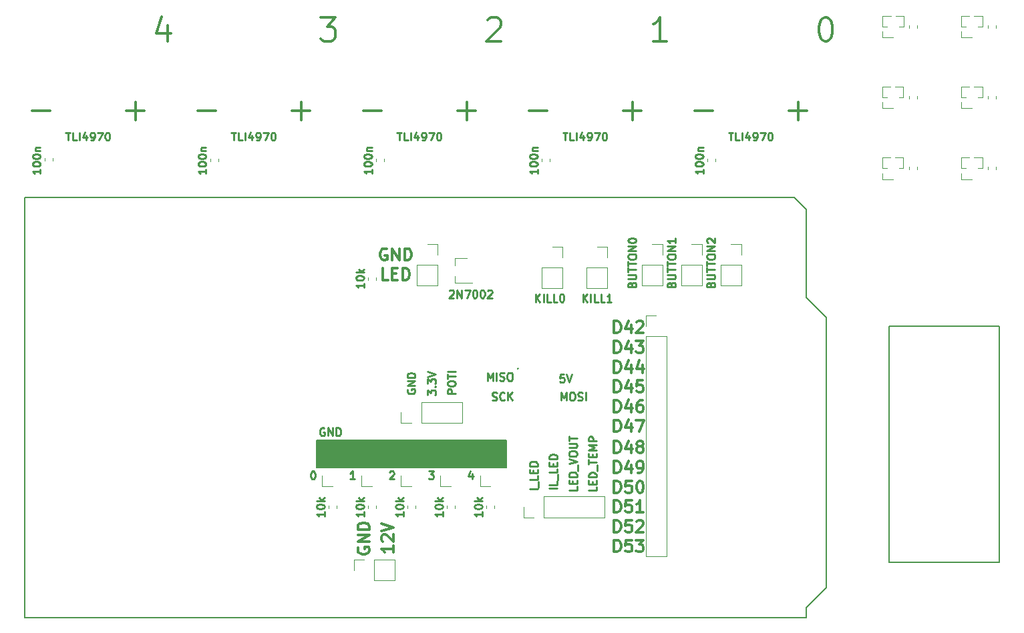
<source format=gbr>
G04 #@! TF.GenerationSoftware,KiCad,Pcbnew,5.1.9-73d0e3b20d~88~ubuntu20.04.1*
G04 #@! TF.CreationDate,2021-03-18T15:40:59+01:00*
G04 #@! TF.ProjectId,uven-mainboard,7576656e-2d6d-4616-996e-626f6172642e,rev?*
G04 #@! TF.SameCoordinates,Original*
G04 #@! TF.FileFunction,Legend,Top*
G04 #@! TF.FilePolarity,Positive*
%FSLAX46Y46*%
G04 Gerber Fmt 4.6, Leading zero omitted, Abs format (unit mm)*
G04 Created by KiCad (PCBNEW 5.1.9-73d0e3b20d~88~ubuntu20.04.1) date 2021-03-18 15:40:59*
%MOMM*%
%LPD*%
G01*
G04 APERTURE LIST*
%ADD10C,0.250000*%
%ADD11C,0.150000*%
%ADD12C,0.300000*%
%ADD13C,0.120000*%
G04 APERTURE END LIST*
D10*
X166690476Y-104785714D02*
X166690476Y-105452380D01*
X166452380Y-104404761D02*
X166214285Y-105119047D01*
X166833333Y-105119047D01*
X161166666Y-104452380D02*
X161785714Y-104452380D01*
X161452380Y-104833333D01*
X161595238Y-104833333D01*
X161690476Y-104880952D01*
X161738095Y-104928571D01*
X161785714Y-105023809D01*
X161785714Y-105261904D01*
X161738095Y-105357142D01*
X161690476Y-105404761D01*
X161595238Y-105452380D01*
X161309523Y-105452380D01*
X161214285Y-105404761D01*
X161166666Y-105357142D01*
X156214285Y-104547619D02*
X156261904Y-104500000D01*
X156357142Y-104452380D01*
X156595238Y-104452380D01*
X156690476Y-104500000D01*
X156738095Y-104547619D01*
X156785714Y-104642857D01*
X156785714Y-104738095D01*
X156738095Y-104880952D01*
X156166666Y-105452380D01*
X156785714Y-105452380D01*
X151785714Y-105452380D02*
X151214285Y-105452380D01*
X151500000Y-105452380D02*
X151500000Y-104452380D01*
X151404761Y-104595238D01*
X151309523Y-104690476D01*
X151214285Y-104738095D01*
X146452380Y-104452380D02*
X146547619Y-104452380D01*
X146642857Y-104500000D01*
X146690476Y-104547619D01*
X146738095Y-104642857D01*
X146785714Y-104833333D01*
X146785714Y-105071428D01*
X146738095Y-105261904D01*
X146690476Y-105357142D01*
X146642857Y-105404761D01*
X146547619Y-105452380D01*
X146452380Y-105452380D01*
X146357142Y-105404761D01*
X146309523Y-105357142D01*
X146261904Y-105261904D01*
X146214285Y-105071428D01*
X146214285Y-104833333D01*
X146261904Y-104642857D01*
X146309523Y-104547619D01*
X146357142Y-104500000D01*
X146452380Y-104452380D01*
X147938095Y-99000000D02*
X147842857Y-98952380D01*
X147700000Y-98952380D01*
X147557142Y-99000000D01*
X147461904Y-99095238D01*
X147414285Y-99190476D01*
X147366666Y-99380952D01*
X147366666Y-99523809D01*
X147414285Y-99714285D01*
X147461904Y-99809523D01*
X147557142Y-99904761D01*
X147700000Y-99952380D01*
X147795238Y-99952380D01*
X147938095Y-99904761D01*
X147985714Y-99857142D01*
X147985714Y-99523809D01*
X147795238Y-99523809D01*
X148414285Y-99952380D02*
X148414285Y-98952380D01*
X148985714Y-99952380D01*
X148985714Y-98952380D01*
X149461904Y-99952380D02*
X149461904Y-98952380D01*
X149700000Y-98952380D01*
X149842857Y-99000000D01*
X149938095Y-99095238D01*
X149985714Y-99190476D01*
X150033333Y-99380952D01*
X150033333Y-99523809D01*
X149985714Y-99714285D01*
X149938095Y-99809523D01*
X149842857Y-99904761D01*
X149700000Y-99952380D01*
X149461904Y-99952380D01*
D11*
G36*
X171000000Y-104000000D02*
G01*
X147000000Y-104000000D01*
X147000000Y-100500000D01*
X171000000Y-100500000D01*
X171000000Y-104000000D01*
G37*
X171000000Y-104000000D02*
X147000000Y-104000000D01*
X147000000Y-100500000D01*
X171000000Y-100500000D01*
X171000000Y-104000000D01*
D10*
X196928571Y-80738095D02*
X196976190Y-80595238D01*
X197023809Y-80547619D01*
X197119047Y-80500000D01*
X197261904Y-80500000D01*
X197357142Y-80547619D01*
X197404761Y-80595238D01*
X197452380Y-80690476D01*
X197452380Y-81071428D01*
X196452380Y-81071428D01*
X196452380Y-80738095D01*
X196500000Y-80642857D01*
X196547619Y-80595238D01*
X196642857Y-80547619D01*
X196738095Y-80547619D01*
X196833333Y-80595238D01*
X196880952Y-80642857D01*
X196928571Y-80738095D01*
X196928571Y-81071428D01*
X196452380Y-80071428D02*
X197261904Y-80071428D01*
X197357142Y-80023809D01*
X197404761Y-79976190D01*
X197452380Y-79880952D01*
X197452380Y-79690476D01*
X197404761Y-79595238D01*
X197357142Y-79547619D01*
X197261904Y-79500000D01*
X196452380Y-79500000D01*
X196452380Y-79166666D02*
X196452380Y-78595238D01*
X197452380Y-78880952D02*
X196452380Y-78880952D01*
X196452380Y-78404761D02*
X196452380Y-77833333D01*
X197452380Y-78119047D02*
X196452380Y-78119047D01*
X196452380Y-77309523D02*
X196452380Y-77119047D01*
X196500000Y-77023809D01*
X196595238Y-76928571D01*
X196785714Y-76880952D01*
X197119047Y-76880952D01*
X197309523Y-76928571D01*
X197404761Y-77023809D01*
X197452380Y-77119047D01*
X197452380Y-77309523D01*
X197404761Y-77404761D01*
X197309523Y-77500000D01*
X197119047Y-77547619D01*
X196785714Y-77547619D01*
X196595238Y-77500000D01*
X196500000Y-77404761D01*
X196452380Y-77309523D01*
X197452380Y-76452380D02*
X196452380Y-76452380D01*
X197452380Y-75880952D01*
X196452380Y-75880952D01*
X196547619Y-75452380D02*
X196500000Y-75404761D01*
X196452380Y-75309523D01*
X196452380Y-75071428D01*
X196500000Y-74976190D01*
X196547619Y-74928571D01*
X196642857Y-74880952D01*
X196738095Y-74880952D01*
X196880952Y-74928571D01*
X197452380Y-75500000D01*
X197452380Y-74880952D01*
X191928571Y-80738095D02*
X191976190Y-80595238D01*
X192023809Y-80547619D01*
X192119047Y-80500000D01*
X192261904Y-80500000D01*
X192357142Y-80547619D01*
X192404761Y-80595238D01*
X192452380Y-80690476D01*
X192452380Y-81071428D01*
X191452380Y-81071428D01*
X191452380Y-80738095D01*
X191500000Y-80642857D01*
X191547619Y-80595238D01*
X191642857Y-80547619D01*
X191738095Y-80547619D01*
X191833333Y-80595238D01*
X191880952Y-80642857D01*
X191928571Y-80738095D01*
X191928571Y-81071428D01*
X191452380Y-80071428D02*
X192261904Y-80071428D01*
X192357142Y-80023809D01*
X192404761Y-79976190D01*
X192452380Y-79880952D01*
X192452380Y-79690476D01*
X192404761Y-79595238D01*
X192357142Y-79547619D01*
X192261904Y-79500000D01*
X191452380Y-79500000D01*
X191452380Y-79166666D02*
X191452380Y-78595238D01*
X192452380Y-78880952D02*
X191452380Y-78880952D01*
X191452380Y-78404761D02*
X191452380Y-77833333D01*
X192452380Y-78119047D02*
X191452380Y-78119047D01*
X191452380Y-77309523D02*
X191452380Y-77119047D01*
X191500000Y-77023809D01*
X191595238Y-76928571D01*
X191785714Y-76880952D01*
X192119047Y-76880952D01*
X192309523Y-76928571D01*
X192404761Y-77023809D01*
X192452380Y-77119047D01*
X192452380Y-77309523D01*
X192404761Y-77404761D01*
X192309523Y-77500000D01*
X192119047Y-77547619D01*
X191785714Y-77547619D01*
X191595238Y-77500000D01*
X191500000Y-77404761D01*
X191452380Y-77309523D01*
X192452380Y-76452380D02*
X191452380Y-76452380D01*
X192452380Y-75880952D01*
X191452380Y-75880952D01*
X192452380Y-74880952D02*
X192452380Y-75452380D01*
X192452380Y-75166666D02*
X191452380Y-75166666D01*
X191595238Y-75261904D01*
X191690476Y-75357142D01*
X191738095Y-75452380D01*
X186928571Y-80738095D02*
X186976190Y-80595238D01*
X187023809Y-80547619D01*
X187119047Y-80500000D01*
X187261904Y-80500000D01*
X187357142Y-80547619D01*
X187404761Y-80595238D01*
X187452380Y-80690476D01*
X187452380Y-81071428D01*
X186452380Y-81071428D01*
X186452380Y-80738095D01*
X186500000Y-80642857D01*
X186547619Y-80595238D01*
X186642857Y-80547619D01*
X186738095Y-80547619D01*
X186833333Y-80595238D01*
X186880952Y-80642857D01*
X186928571Y-80738095D01*
X186928571Y-81071428D01*
X186452380Y-80071428D02*
X187261904Y-80071428D01*
X187357142Y-80023809D01*
X187404761Y-79976190D01*
X187452380Y-79880952D01*
X187452380Y-79690476D01*
X187404761Y-79595238D01*
X187357142Y-79547619D01*
X187261904Y-79500000D01*
X186452380Y-79500000D01*
X186452380Y-79166666D02*
X186452380Y-78595238D01*
X187452380Y-78880952D02*
X186452380Y-78880952D01*
X186452380Y-78404761D02*
X186452380Y-77833333D01*
X187452380Y-78119047D02*
X186452380Y-78119047D01*
X186452380Y-77309523D02*
X186452380Y-77119047D01*
X186500000Y-77023809D01*
X186595238Y-76928571D01*
X186785714Y-76880952D01*
X187119047Y-76880952D01*
X187309523Y-76928571D01*
X187404761Y-77023809D01*
X187452380Y-77119047D01*
X187452380Y-77309523D01*
X187404761Y-77404761D01*
X187309523Y-77500000D01*
X187119047Y-77547619D01*
X186785714Y-77547619D01*
X186595238Y-77500000D01*
X186500000Y-77404761D01*
X186452380Y-77309523D01*
X187452380Y-76452380D02*
X186452380Y-76452380D01*
X187452380Y-75880952D01*
X186452380Y-75880952D01*
X186452380Y-75214285D02*
X186452380Y-75119047D01*
X186500000Y-75023809D01*
X186547619Y-74976190D01*
X186642857Y-74928571D01*
X186833333Y-74880952D01*
X187071428Y-74880952D01*
X187261904Y-74928571D01*
X187357142Y-74976190D01*
X187404761Y-75023809D01*
X187452380Y-75119047D01*
X187452380Y-75214285D01*
X187404761Y-75309523D01*
X187357142Y-75357142D01*
X187261904Y-75404761D01*
X187071428Y-75452380D01*
X186833333Y-75452380D01*
X186642857Y-75404761D01*
X186547619Y-75357142D01*
X186500000Y-75309523D01*
X186452380Y-75214285D01*
X180714285Y-82952380D02*
X180714285Y-81952380D01*
X181285714Y-82952380D02*
X180857142Y-82380952D01*
X181285714Y-81952380D02*
X180714285Y-82523809D01*
X181714285Y-82952380D02*
X181714285Y-81952380D01*
X182666666Y-82952380D02*
X182190476Y-82952380D01*
X182190476Y-81952380D01*
X183476190Y-82952380D02*
X183000000Y-82952380D01*
X183000000Y-81952380D01*
X184333333Y-82952380D02*
X183761904Y-82952380D01*
X184047619Y-82952380D02*
X184047619Y-81952380D01*
X183952380Y-82095238D01*
X183857142Y-82190476D01*
X183761904Y-82238095D01*
X174714285Y-82952380D02*
X174714285Y-81952380D01*
X175285714Y-82952380D02*
X174857142Y-82380952D01*
X175285714Y-81952380D02*
X174714285Y-82523809D01*
X175714285Y-82952380D02*
X175714285Y-81952380D01*
X176666666Y-82952380D02*
X176190476Y-82952380D01*
X176190476Y-81952380D01*
X177476190Y-82952380D02*
X177000000Y-82952380D01*
X177000000Y-81952380D01*
X178000000Y-81952380D02*
X178095238Y-81952380D01*
X178190476Y-82000000D01*
X178238095Y-82047619D01*
X178285714Y-82142857D01*
X178333333Y-82333333D01*
X178333333Y-82571428D01*
X178285714Y-82761904D01*
X178238095Y-82857142D01*
X178190476Y-82904761D01*
X178095238Y-82952380D01*
X178000000Y-82952380D01*
X177904761Y-82904761D01*
X177857142Y-82857142D01*
X177809523Y-82761904D01*
X177761904Y-82571428D01*
X177761904Y-82333333D01*
X177809523Y-82142857D01*
X177857142Y-82047619D01*
X177904761Y-82000000D01*
X178000000Y-81952380D01*
X164552380Y-94604761D02*
X163552380Y-94604761D01*
X163552380Y-94223809D01*
X163600000Y-94128571D01*
X163647619Y-94080952D01*
X163742857Y-94033333D01*
X163885714Y-94033333D01*
X163980952Y-94080952D01*
X164028571Y-94128571D01*
X164076190Y-94223809D01*
X164076190Y-94604761D01*
X163552380Y-93414285D02*
X163552380Y-93223809D01*
X163600000Y-93128571D01*
X163695238Y-93033333D01*
X163885714Y-92985714D01*
X164219047Y-92985714D01*
X164409523Y-93033333D01*
X164504761Y-93128571D01*
X164552380Y-93223809D01*
X164552380Y-93414285D01*
X164504761Y-93509523D01*
X164409523Y-93604761D01*
X164219047Y-93652380D01*
X163885714Y-93652380D01*
X163695238Y-93604761D01*
X163600000Y-93509523D01*
X163552380Y-93414285D01*
X163552380Y-92700000D02*
X163552380Y-92128571D01*
X164552380Y-92414285D02*
X163552380Y-92414285D01*
X164552380Y-91795238D02*
X163552380Y-91795238D01*
X158500000Y-94061904D02*
X158452380Y-94157142D01*
X158452380Y-94300000D01*
X158500000Y-94442857D01*
X158595238Y-94538095D01*
X158690476Y-94585714D01*
X158880952Y-94633333D01*
X159023809Y-94633333D01*
X159214285Y-94585714D01*
X159309523Y-94538095D01*
X159404761Y-94442857D01*
X159452380Y-94300000D01*
X159452380Y-94204761D01*
X159404761Y-94061904D01*
X159357142Y-94014285D01*
X159023809Y-94014285D01*
X159023809Y-94204761D01*
X159452380Y-93585714D02*
X158452380Y-93585714D01*
X159452380Y-93014285D01*
X158452380Y-93014285D01*
X159452380Y-92538095D02*
X158452380Y-92538095D01*
X158452380Y-92300000D01*
X158500000Y-92157142D01*
X158595238Y-92061904D01*
X158690476Y-92014285D01*
X158880952Y-91966666D01*
X159023809Y-91966666D01*
X159214285Y-92014285D01*
X159309523Y-92061904D01*
X159404761Y-92157142D01*
X159452380Y-92300000D01*
X159452380Y-92538095D01*
X161052380Y-94776190D02*
X161052380Y-94157142D01*
X161433333Y-94490476D01*
X161433333Y-94347619D01*
X161480952Y-94252380D01*
X161528571Y-94204761D01*
X161623809Y-94157142D01*
X161861904Y-94157142D01*
X161957142Y-94204761D01*
X162004761Y-94252380D01*
X162052380Y-94347619D01*
X162052380Y-94633333D01*
X162004761Y-94728571D01*
X161957142Y-94776190D01*
X161957142Y-93728571D02*
X162004761Y-93680952D01*
X162052380Y-93728571D01*
X162004761Y-93776190D01*
X161957142Y-93728571D01*
X162052380Y-93728571D01*
X161052380Y-93347619D02*
X161052380Y-92728571D01*
X161433333Y-93061904D01*
X161433333Y-92919047D01*
X161480952Y-92823809D01*
X161528571Y-92776190D01*
X161623809Y-92728571D01*
X161861904Y-92728571D01*
X161957142Y-92776190D01*
X162004761Y-92823809D01*
X162052380Y-92919047D01*
X162052380Y-93204761D01*
X162004761Y-93300000D01*
X161957142Y-93347619D01*
X161052380Y-92442857D02*
X162052380Y-92109523D01*
X161052380Y-91776190D01*
D12*
X156678571Y-113928571D02*
X156678571Y-114785714D01*
X156678571Y-114357142D02*
X155178571Y-114357142D01*
X155392857Y-114500000D01*
X155535714Y-114642857D01*
X155607142Y-114785714D01*
X155321428Y-113357142D02*
X155250000Y-113285714D01*
X155178571Y-113142857D01*
X155178571Y-112785714D01*
X155250000Y-112642857D01*
X155321428Y-112571428D01*
X155464285Y-112500000D01*
X155607142Y-112500000D01*
X155821428Y-112571428D01*
X156678571Y-113428571D01*
X156678571Y-112500000D01*
X155178571Y-112071428D02*
X156678571Y-111571428D01*
X155178571Y-111071428D01*
X152250000Y-114142857D02*
X152178571Y-114285714D01*
X152178571Y-114500000D01*
X152250000Y-114714285D01*
X152392857Y-114857142D01*
X152535714Y-114928571D01*
X152821428Y-115000000D01*
X153035714Y-115000000D01*
X153321428Y-114928571D01*
X153464285Y-114857142D01*
X153607142Y-114714285D01*
X153678571Y-114500000D01*
X153678571Y-114357142D01*
X153607142Y-114142857D01*
X153535714Y-114071428D01*
X153035714Y-114071428D01*
X153035714Y-114357142D01*
X153678571Y-113428571D02*
X152178571Y-113428571D01*
X153678571Y-112571428D01*
X152178571Y-112571428D01*
X153678571Y-111857142D02*
X152178571Y-111857142D01*
X152178571Y-111500000D01*
X152250000Y-111285714D01*
X152392857Y-111142857D01*
X152535714Y-111071428D01*
X152821428Y-111000000D01*
X153035714Y-111000000D01*
X153321428Y-111071428D01*
X153464285Y-111142857D01*
X153607142Y-111285714D01*
X153678571Y-111500000D01*
X153678571Y-111857142D01*
D10*
X182452380Y-106428571D02*
X182452380Y-106904761D01*
X181452380Y-106904761D01*
X181928571Y-106095238D02*
X181928571Y-105761904D01*
X182452380Y-105619047D02*
X182452380Y-106095238D01*
X181452380Y-106095238D01*
X181452380Y-105619047D01*
X182452380Y-105190476D02*
X181452380Y-105190476D01*
X181452380Y-104952380D01*
X181500000Y-104809523D01*
X181595238Y-104714285D01*
X181690476Y-104666666D01*
X181880952Y-104619047D01*
X182023809Y-104619047D01*
X182214285Y-104666666D01*
X182309523Y-104714285D01*
X182404761Y-104809523D01*
X182452380Y-104952380D01*
X182452380Y-105190476D01*
X182547619Y-104428571D02*
X182547619Y-103666666D01*
X181452380Y-103571428D02*
X181452380Y-103000000D01*
X182452380Y-103285714D02*
X181452380Y-103285714D01*
X181928571Y-102666666D02*
X181928571Y-102333333D01*
X182452380Y-102190476D02*
X182452380Y-102666666D01*
X181452380Y-102666666D01*
X181452380Y-102190476D01*
X182452380Y-101761904D02*
X181452380Y-101761904D01*
X182166666Y-101428571D01*
X181452380Y-101095238D01*
X182452380Y-101095238D01*
X182452380Y-100619047D02*
X181452380Y-100619047D01*
X181452380Y-100238095D01*
X181500000Y-100142857D01*
X181547619Y-100095238D01*
X181642857Y-100047619D01*
X181785714Y-100047619D01*
X181880952Y-100095238D01*
X181928571Y-100142857D01*
X181976190Y-100238095D01*
X181976190Y-100619047D01*
X179952380Y-106380952D02*
X179952380Y-106857142D01*
X178952380Y-106857142D01*
X179428571Y-106047619D02*
X179428571Y-105714285D01*
X179952380Y-105571428D02*
X179952380Y-106047619D01*
X178952380Y-106047619D01*
X178952380Y-105571428D01*
X179952380Y-105142857D02*
X178952380Y-105142857D01*
X178952380Y-104904761D01*
X179000000Y-104761904D01*
X179095238Y-104666666D01*
X179190476Y-104619047D01*
X179380952Y-104571428D01*
X179523809Y-104571428D01*
X179714285Y-104619047D01*
X179809523Y-104666666D01*
X179904761Y-104761904D01*
X179952380Y-104904761D01*
X179952380Y-105142857D01*
X180047619Y-104380952D02*
X180047619Y-103619047D01*
X178952380Y-103523809D02*
X179952380Y-103190476D01*
X178952380Y-102857142D01*
X178952380Y-102333333D02*
X178952380Y-102142857D01*
X179000000Y-102047619D01*
X179095238Y-101952380D01*
X179285714Y-101904761D01*
X179619047Y-101904761D01*
X179809523Y-101952380D01*
X179904761Y-102047619D01*
X179952380Y-102142857D01*
X179952380Y-102333333D01*
X179904761Y-102428571D01*
X179809523Y-102523809D01*
X179619047Y-102571428D01*
X179285714Y-102571428D01*
X179095238Y-102523809D01*
X179000000Y-102428571D01*
X178952380Y-102333333D01*
X178952380Y-101476190D02*
X179761904Y-101476190D01*
X179857142Y-101428571D01*
X179904761Y-101380952D01*
X179952380Y-101285714D01*
X179952380Y-101095238D01*
X179904761Y-101000000D01*
X179857142Y-100952380D01*
X179761904Y-100904761D01*
X178952380Y-100904761D01*
X178952380Y-100571428D02*
X178952380Y-100000000D01*
X179952380Y-100285714D02*
X178952380Y-100285714D01*
X177452380Y-106642857D02*
X176452380Y-106642857D01*
X177452380Y-105690476D02*
X177452380Y-106166666D01*
X176452380Y-106166666D01*
X177547619Y-105595238D02*
X177547619Y-104833333D01*
X177452380Y-104119047D02*
X177452380Y-104595238D01*
X176452380Y-104595238D01*
X176928571Y-103785714D02*
X176928571Y-103452380D01*
X177452380Y-103309523D02*
X177452380Y-103785714D01*
X176452380Y-103785714D01*
X176452380Y-103309523D01*
X177452380Y-102880952D02*
X176452380Y-102880952D01*
X176452380Y-102642857D01*
X176500000Y-102500000D01*
X176595238Y-102404761D01*
X176690476Y-102357142D01*
X176880952Y-102309523D01*
X177023809Y-102309523D01*
X177214285Y-102357142D01*
X177309523Y-102404761D01*
X177404761Y-102500000D01*
X177452380Y-102642857D01*
X177452380Y-102880952D01*
X174952380Y-106738095D02*
X173952380Y-106738095D01*
X175047619Y-106500000D02*
X175047619Y-105738095D01*
X174952380Y-105023809D02*
X174952380Y-105500000D01*
X173952380Y-105500000D01*
X174428571Y-104690476D02*
X174428571Y-104357142D01*
X174952380Y-104214285D02*
X174952380Y-104690476D01*
X173952380Y-104690476D01*
X173952380Y-104214285D01*
X174952380Y-103785714D02*
X173952380Y-103785714D01*
X173952380Y-103547619D01*
X174000000Y-103404761D01*
X174095238Y-103309523D01*
X174190476Y-103261904D01*
X174380952Y-103214285D01*
X174523809Y-103214285D01*
X174714285Y-103261904D01*
X174809523Y-103309523D01*
X174904761Y-103404761D01*
X174952380Y-103547619D01*
X174952380Y-103785714D01*
X199166666Y-61452380D02*
X199738095Y-61452380D01*
X199452380Y-62452380D02*
X199452380Y-61452380D01*
X200547619Y-62452380D02*
X200071428Y-62452380D01*
X200071428Y-61452380D01*
X200880952Y-62452380D02*
X200880952Y-61452380D01*
X201785714Y-61785714D02*
X201785714Y-62452380D01*
X201547619Y-61404761D02*
X201309523Y-62119047D01*
X201928571Y-62119047D01*
X202357142Y-62452380D02*
X202547619Y-62452380D01*
X202642857Y-62404761D01*
X202690476Y-62357142D01*
X202785714Y-62214285D01*
X202833333Y-62023809D01*
X202833333Y-61642857D01*
X202785714Y-61547619D01*
X202738095Y-61500000D01*
X202642857Y-61452380D01*
X202452380Y-61452380D01*
X202357142Y-61500000D01*
X202309523Y-61547619D01*
X202261904Y-61642857D01*
X202261904Y-61880952D01*
X202309523Y-61976190D01*
X202357142Y-62023809D01*
X202452380Y-62071428D01*
X202642857Y-62071428D01*
X202738095Y-62023809D01*
X202785714Y-61976190D01*
X202833333Y-61880952D01*
X203166666Y-61452380D02*
X203833333Y-61452380D01*
X203404761Y-62452380D01*
X204404761Y-61452380D02*
X204500000Y-61452380D01*
X204595238Y-61500000D01*
X204642857Y-61547619D01*
X204690476Y-61642857D01*
X204738095Y-61833333D01*
X204738095Y-62071428D01*
X204690476Y-62261904D01*
X204642857Y-62357142D01*
X204595238Y-62404761D01*
X204500000Y-62452380D01*
X204404761Y-62452380D01*
X204309523Y-62404761D01*
X204261904Y-62357142D01*
X204214285Y-62261904D01*
X204166666Y-62071428D01*
X204166666Y-61833333D01*
X204214285Y-61642857D01*
X204261904Y-61547619D01*
X204309523Y-61500000D01*
X204404761Y-61452380D01*
X178166666Y-61452380D02*
X178738095Y-61452380D01*
X178452380Y-62452380D02*
X178452380Y-61452380D01*
X179547619Y-62452380D02*
X179071428Y-62452380D01*
X179071428Y-61452380D01*
X179880952Y-62452380D02*
X179880952Y-61452380D01*
X180785714Y-61785714D02*
X180785714Y-62452380D01*
X180547619Y-61404761D02*
X180309523Y-62119047D01*
X180928571Y-62119047D01*
X181357142Y-62452380D02*
X181547619Y-62452380D01*
X181642857Y-62404761D01*
X181690476Y-62357142D01*
X181785714Y-62214285D01*
X181833333Y-62023809D01*
X181833333Y-61642857D01*
X181785714Y-61547619D01*
X181738095Y-61500000D01*
X181642857Y-61452380D01*
X181452380Y-61452380D01*
X181357142Y-61500000D01*
X181309523Y-61547619D01*
X181261904Y-61642857D01*
X181261904Y-61880952D01*
X181309523Y-61976190D01*
X181357142Y-62023809D01*
X181452380Y-62071428D01*
X181642857Y-62071428D01*
X181738095Y-62023809D01*
X181785714Y-61976190D01*
X181833333Y-61880952D01*
X182166666Y-61452380D02*
X182833333Y-61452380D01*
X182404761Y-62452380D01*
X183404761Y-61452380D02*
X183500000Y-61452380D01*
X183595238Y-61500000D01*
X183642857Y-61547619D01*
X183690476Y-61642857D01*
X183738095Y-61833333D01*
X183738095Y-62071428D01*
X183690476Y-62261904D01*
X183642857Y-62357142D01*
X183595238Y-62404761D01*
X183500000Y-62452380D01*
X183404761Y-62452380D01*
X183309523Y-62404761D01*
X183261904Y-62357142D01*
X183214285Y-62261904D01*
X183166666Y-62071428D01*
X183166666Y-61833333D01*
X183214285Y-61642857D01*
X183261904Y-61547619D01*
X183309523Y-61500000D01*
X183404761Y-61452380D01*
X157166666Y-61452380D02*
X157738095Y-61452380D01*
X157452380Y-62452380D02*
X157452380Y-61452380D01*
X158547619Y-62452380D02*
X158071428Y-62452380D01*
X158071428Y-61452380D01*
X158880952Y-62452380D02*
X158880952Y-61452380D01*
X159785714Y-61785714D02*
X159785714Y-62452380D01*
X159547619Y-61404761D02*
X159309523Y-62119047D01*
X159928571Y-62119047D01*
X160357142Y-62452380D02*
X160547619Y-62452380D01*
X160642857Y-62404761D01*
X160690476Y-62357142D01*
X160785714Y-62214285D01*
X160833333Y-62023809D01*
X160833333Y-61642857D01*
X160785714Y-61547619D01*
X160738095Y-61500000D01*
X160642857Y-61452380D01*
X160452380Y-61452380D01*
X160357142Y-61500000D01*
X160309523Y-61547619D01*
X160261904Y-61642857D01*
X160261904Y-61880952D01*
X160309523Y-61976190D01*
X160357142Y-62023809D01*
X160452380Y-62071428D01*
X160642857Y-62071428D01*
X160738095Y-62023809D01*
X160785714Y-61976190D01*
X160833333Y-61880952D01*
X161166666Y-61452380D02*
X161833333Y-61452380D01*
X161404761Y-62452380D01*
X162404761Y-61452380D02*
X162500000Y-61452380D01*
X162595238Y-61500000D01*
X162642857Y-61547619D01*
X162690476Y-61642857D01*
X162738095Y-61833333D01*
X162738095Y-62071428D01*
X162690476Y-62261904D01*
X162642857Y-62357142D01*
X162595238Y-62404761D01*
X162500000Y-62452380D01*
X162404761Y-62452380D01*
X162309523Y-62404761D01*
X162261904Y-62357142D01*
X162214285Y-62261904D01*
X162166666Y-62071428D01*
X162166666Y-61833333D01*
X162214285Y-61642857D01*
X162261904Y-61547619D01*
X162309523Y-61500000D01*
X162404761Y-61452380D01*
X136166666Y-61452380D02*
X136738095Y-61452380D01*
X136452380Y-62452380D02*
X136452380Y-61452380D01*
X137547619Y-62452380D02*
X137071428Y-62452380D01*
X137071428Y-61452380D01*
X137880952Y-62452380D02*
X137880952Y-61452380D01*
X138785714Y-61785714D02*
X138785714Y-62452380D01*
X138547619Y-61404761D02*
X138309523Y-62119047D01*
X138928571Y-62119047D01*
X139357142Y-62452380D02*
X139547619Y-62452380D01*
X139642857Y-62404761D01*
X139690476Y-62357142D01*
X139785714Y-62214285D01*
X139833333Y-62023809D01*
X139833333Y-61642857D01*
X139785714Y-61547619D01*
X139738095Y-61500000D01*
X139642857Y-61452380D01*
X139452380Y-61452380D01*
X139357142Y-61500000D01*
X139309523Y-61547619D01*
X139261904Y-61642857D01*
X139261904Y-61880952D01*
X139309523Y-61976190D01*
X139357142Y-62023809D01*
X139452380Y-62071428D01*
X139642857Y-62071428D01*
X139738095Y-62023809D01*
X139785714Y-61976190D01*
X139833333Y-61880952D01*
X140166666Y-61452380D02*
X140833333Y-61452380D01*
X140404761Y-62452380D01*
X141404761Y-61452380D02*
X141500000Y-61452380D01*
X141595238Y-61500000D01*
X141642857Y-61547619D01*
X141690476Y-61642857D01*
X141738095Y-61833333D01*
X141738095Y-62071428D01*
X141690476Y-62261904D01*
X141642857Y-62357142D01*
X141595238Y-62404761D01*
X141500000Y-62452380D01*
X141404761Y-62452380D01*
X141309523Y-62404761D01*
X141261904Y-62357142D01*
X141214285Y-62261904D01*
X141166666Y-62071428D01*
X141166666Y-61833333D01*
X141214285Y-61642857D01*
X141261904Y-61547619D01*
X141309523Y-61500000D01*
X141404761Y-61452380D01*
X115166666Y-61452380D02*
X115738095Y-61452380D01*
X115452380Y-62452380D02*
X115452380Y-61452380D01*
X116547619Y-62452380D02*
X116071428Y-62452380D01*
X116071428Y-61452380D01*
X116880952Y-62452380D02*
X116880952Y-61452380D01*
X117785714Y-61785714D02*
X117785714Y-62452380D01*
X117547619Y-61404761D02*
X117309523Y-62119047D01*
X117928571Y-62119047D01*
X118357142Y-62452380D02*
X118547619Y-62452380D01*
X118642857Y-62404761D01*
X118690476Y-62357142D01*
X118785714Y-62214285D01*
X118833333Y-62023809D01*
X118833333Y-61642857D01*
X118785714Y-61547619D01*
X118738095Y-61500000D01*
X118642857Y-61452380D01*
X118452380Y-61452380D01*
X118357142Y-61500000D01*
X118309523Y-61547619D01*
X118261904Y-61642857D01*
X118261904Y-61880952D01*
X118309523Y-61976190D01*
X118357142Y-62023809D01*
X118452380Y-62071428D01*
X118642857Y-62071428D01*
X118738095Y-62023809D01*
X118785714Y-61976190D01*
X118833333Y-61880952D01*
X119166666Y-61452380D02*
X119833333Y-61452380D01*
X119404761Y-62452380D01*
X120404761Y-61452380D02*
X120500000Y-61452380D01*
X120595238Y-61500000D01*
X120642857Y-61547619D01*
X120690476Y-61642857D01*
X120738095Y-61833333D01*
X120738095Y-62071428D01*
X120690476Y-62261904D01*
X120642857Y-62357142D01*
X120595238Y-62404761D01*
X120500000Y-62452380D01*
X120404761Y-62452380D01*
X120309523Y-62404761D01*
X120261904Y-62357142D01*
X120214285Y-62261904D01*
X120166666Y-62071428D01*
X120166666Y-61833333D01*
X120214285Y-61642857D01*
X120261904Y-61547619D01*
X120309523Y-61500000D01*
X120404761Y-61452380D01*
X163785714Y-81547619D02*
X163833333Y-81500000D01*
X163928571Y-81452380D01*
X164166666Y-81452380D01*
X164261904Y-81500000D01*
X164309523Y-81547619D01*
X164357142Y-81642857D01*
X164357142Y-81738095D01*
X164309523Y-81880952D01*
X163738095Y-82452380D01*
X164357142Y-82452380D01*
X164785714Y-82452380D02*
X164785714Y-81452380D01*
X165357142Y-82452380D01*
X165357142Y-81452380D01*
X165738095Y-81452380D02*
X166404761Y-81452380D01*
X165976190Y-82452380D01*
X166976190Y-81452380D02*
X167071428Y-81452380D01*
X167166666Y-81500000D01*
X167214285Y-81547619D01*
X167261904Y-81642857D01*
X167309523Y-81833333D01*
X167309523Y-82071428D01*
X167261904Y-82261904D01*
X167214285Y-82357142D01*
X167166666Y-82404761D01*
X167071428Y-82452380D01*
X166976190Y-82452380D01*
X166880952Y-82404761D01*
X166833333Y-82357142D01*
X166785714Y-82261904D01*
X166738095Y-82071428D01*
X166738095Y-81833333D01*
X166785714Y-81642857D01*
X166833333Y-81547619D01*
X166880952Y-81500000D01*
X166976190Y-81452380D01*
X167928571Y-81452380D02*
X168023809Y-81452380D01*
X168119047Y-81500000D01*
X168166666Y-81547619D01*
X168214285Y-81642857D01*
X168261904Y-81833333D01*
X168261904Y-82071428D01*
X168214285Y-82261904D01*
X168166666Y-82357142D01*
X168119047Y-82404761D01*
X168023809Y-82452380D01*
X167928571Y-82452380D01*
X167833333Y-82404761D01*
X167785714Y-82357142D01*
X167738095Y-82261904D01*
X167690476Y-82071428D01*
X167690476Y-81833333D01*
X167738095Y-81642857D01*
X167785714Y-81547619D01*
X167833333Y-81500000D01*
X167928571Y-81452380D01*
X168642857Y-81547619D02*
X168690476Y-81500000D01*
X168785714Y-81452380D01*
X169023809Y-81452380D01*
X169119047Y-81500000D01*
X169166666Y-81547619D01*
X169214285Y-81642857D01*
X169214285Y-81738095D01*
X169166666Y-81880952D01*
X168595238Y-82452380D01*
X169214285Y-82452380D01*
X152952380Y-80595238D02*
X152952380Y-81166666D01*
X152952380Y-80880952D02*
X151952380Y-80880952D01*
X152095238Y-80976190D01*
X152190476Y-81071428D01*
X152238095Y-81166666D01*
X151952380Y-79976190D02*
X151952380Y-79880952D01*
X152000000Y-79785714D01*
X152047619Y-79738095D01*
X152142857Y-79690476D01*
X152333333Y-79642857D01*
X152571428Y-79642857D01*
X152761904Y-79690476D01*
X152857142Y-79738095D01*
X152904761Y-79785714D01*
X152952380Y-79880952D01*
X152952380Y-79976190D01*
X152904761Y-80071428D01*
X152857142Y-80119047D01*
X152761904Y-80166666D01*
X152571428Y-80214285D01*
X152333333Y-80214285D01*
X152142857Y-80166666D01*
X152047619Y-80119047D01*
X152000000Y-80071428D01*
X151952380Y-79976190D01*
X152952380Y-79214285D02*
X151952380Y-79214285D01*
X152571428Y-79119047D02*
X152952380Y-78833333D01*
X152285714Y-78833333D02*
X152666666Y-79214285D01*
X167952380Y-109595238D02*
X167952380Y-110166666D01*
X167952380Y-109880952D02*
X166952380Y-109880952D01*
X167095238Y-109976190D01*
X167190476Y-110071428D01*
X167238095Y-110166666D01*
X166952380Y-108976190D02*
X166952380Y-108880952D01*
X167000000Y-108785714D01*
X167047619Y-108738095D01*
X167142857Y-108690476D01*
X167333333Y-108642857D01*
X167571428Y-108642857D01*
X167761904Y-108690476D01*
X167857142Y-108738095D01*
X167904761Y-108785714D01*
X167952380Y-108880952D01*
X167952380Y-108976190D01*
X167904761Y-109071428D01*
X167857142Y-109119047D01*
X167761904Y-109166666D01*
X167571428Y-109214285D01*
X167333333Y-109214285D01*
X167142857Y-109166666D01*
X167047619Y-109119047D01*
X167000000Y-109071428D01*
X166952380Y-108976190D01*
X167952380Y-108214285D02*
X166952380Y-108214285D01*
X167571428Y-108119047D02*
X167952380Y-107833333D01*
X167285714Y-107833333D02*
X167666666Y-108214285D01*
X162952380Y-109595238D02*
X162952380Y-110166666D01*
X162952380Y-109880952D02*
X161952380Y-109880952D01*
X162095238Y-109976190D01*
X162190476Y-110071428D01*
X162238095Y-110166666D01*
X161952380Y-108976190D02*
X161952380Y-108880952D01*
X162000000Y-108785714D01*
X162047619Y-108738095D01*
X162142857Y-108690476D01*
X162333333Y-108642857D01*
X162571428Y-108642857D01*
X162761904Y-108690476D01*
X162857142Y-108738095D01*
X162904761Y-108785714D01*
X162952380Y-108880952D01*
X162952380Y-108976190D01*
X162904761Y-109071428D01*
X162857142Y-109119047D01*
X162761904Y-109166666D01*
X162571428Y-109214285D01*
X162333333Y-109214285D01*
X162142857Y-109166666D01*
X162047619Y-109119047D01*
X162000000Y-109071428D01*
X161952380Y-108976190D01*
X162952380Y-108214285D02*
X161952380Y-108214285D01*
X162571428Y-108119047D02*
X162952380Y-107833333D01*
X162285714Y-107833333D02*
X162666666Y-108214285D01*
X157952380Y-109595238D02*
X157952380Y-110166666D01*
X157952380Y-109880952D02*
X156952380Y-109880952D01*
X157095238Y-109976190D01*
X157190476Y-110071428D01*
X157238095Y-110166666D01*
X156952380Y-108976190D02*
X156952380Y-108880952D01*
X157000000Y-108785714D01*
X157047619Y-108738095D01*
X157142857Y-108690476D01*
X157333333Y-108642857D01*
X157571428Y-108642857D01*
X157761904Y-108690476D01*
X157857142Y-108738095D01*
X157904761Y-108785714D01*
X157952380Y-108880952D01*
X157952380Y-108976190D01*
X157904761Y-109071428D01*
X157857142Y-109119047D01*
X157761904Y-109166666D01*
X157571428Y-109214285D01*
X157333333Y-109214285D01*
X157142857Y-109166666D01*
X157047619Y-109119047D01*
X157000000Y-109071428D01*
X156952380Y-108976190D01*
X157952380Y-108214285D02*
X156952380Y-108214285D01*
X157571428Y-108119047D02*
X157952380Y-107833333D01*
X157285714Y-107833333D02*
X157666666Y-108214285D01*
X152952380Y-109595238D02*
X152952380Y-110166666D01*
X152952380Y-109880952D02*
X151952380Y-109880952D01*
X152095238Y-109976190D01*
X152190476Y-110071428D01*
X152238095Y-110166666D01*
X151952380Y-108976190D02*
X151952380Y-108880952D01*
X152000000Y-108785714D01*
X152047619Y-108738095D01*
X152142857Y-108690476D01*
X152333333Y-108642857D01*
X152571428Y-108642857D01*
X152761904Y-108690476D01*
X152857142Y-108738095D01*
X152904761Y-108785714D01*
X152952380Y-108880952D01*
X152952380Y-108976190D01*
X152904761Y-109071428D01*
X152857142Y-109119047D01*
X152761904Y-109166666D01*
X152571428Y-109214285D01*
X152333333Y-109214285D01*
X152142857Y-109166666D01*
X152047619Y-109119047D01*
X152000000Y-109071428D01*
X151952380Y-108976190D01*
X152952380Y-108214285D02*
X151952380Y-108214285D01*
X152571428Y-108119047D02*
X152952380Y-107833333D01*
X152285714Y-107833333D02*
X152666666Y-108214285D01*
X147952380Y-109595238D02*
X147952380Y-110166666D01*
X147952380Y-109880952D02*
X146952380Y-109880952D01*
X147095238Y-109976190D01*
X147190476Y-110071428D01*
X147238095Y-110166666D01*
X146952380Y-108976190D02*
X146952380Y-108880952D01*
X147000000Y-108785714D01*
X147047619Y-108738095D01*
X147142857Y-108690476D01*
X147333333Y-108642857D01*
X147571428Y-108642857D01*
X147761904Y-108690476D01*
X147857142Y-108738095D01*
X147904761Y-108785714D01*
X147952380Y-108880952D01*
X147952380Y-108976190D01*
X147904761Y-109071428D01*
X147857142Y-109119047D01*
X147761904Y-109166666D01*
X147571428Y-109214285D01*
X147333333Y-109214285D01*
X147142857Y-109166666D01*
X147047619Y-109119047D01*
X147000000Y-109071428D01*
X146952380Y-108976190D01*
X147952380Y-108214285D02*
X146952380Y-108214285D01*
X147571428Y-108119047D02*
X147952380Y-107833333D01*
X147285714Y-107833333D02*
X147666666Y-108214285D01*
X195952380Y-66119047D02*
X195952380Y-66690476D01*
X195952380Y-66404761D02*
X194952380Y-66404761D01*
X195095238Y-66500000D01*
X195190476Y-66595238D01*
X195238095Y-66690476D01*
X194952380Y-65500000D02*
X194952380Y-65404761D01*
X195000000Y-65309523D01*
X195047619Y-65261904D01*
X195142857Y-65214285D01*
X195333333Y-65166666D01*
X195571428Y-65166666D01*
X195761904Y-65214285D01*
X195857142Y-65261904D01*
X195904761Y-65309523D01*
X195952380Y-65404761D01*
X195952380Y-65500000D01*
X195904761Y-65595238D01*
X195857142Y-65642857D01*
X195761904Y-65690476D01*
X195571428Y-65738095D01*
X195333333Y-65738095D01*
X195142857Y-65690476D01*
X195047619Y-65642857D01*
X195000000Y-65595238D01*
X194952380Y-65500000D01*
X194952380Y-64547619D02*
X194952380Y-64452380D01*
X195000000Y-64357142D01*
X195047619Y-64309523D01*
X195142857Y-64261904D01*
X195333333Y-64214285D01*
X195571428Y-64214285D01*
X195761904Y-64261904D01*
X195857142Y-64309523D01*
X195904761Y-64357142D01*
X195952380Y-64452380D01*
X195952380Y-64547619D01*
X195904761Y-64642857D01*
X195857142Y-64690476D01*
X195761904Y-64738095D01*
X195571428Y-64785714D01*
X195333333Y-64785714D01*
X195142857Y-64738095D01*
X195047619Y-64690476D01*
X195000000Y-64642857D01*
X194952380Y-64547619D01*
X195285714Y-63785714D02*
X195952380Y-63785714D01*
X195380952Y-63785714D02*
X195333333Y-63738095D01*
X195285714Y-63642857D01*
X195285714Y-63500000D01*
X195333333Y-63404761D01*
X195428571Y-63357142D01*
X195952380Y-63357142D01*
X174952380Y-66119047D02*
X174952380Y-66690476D01*
X174952380Y-66404761D02*
X173952380Y-66404761D01*
X174095238Y-66500000D01*
X174190476Y-66595238D01*
X174238095Y-66690476D01*
X173952380Y-65500000D02*
X173952380Y-65404761D01*
X174000000Y-65309523D01*
X174047619Y-65261904D01*
X174142857Y-65214285D01*
X174333333Y-65166666D01*
X174571428Y-65166666D01*
X174761904Y-65214285D01*
X174857142Y-65261904D01*
X174904761Y-65309523D01*
X174952380Y-65404761D01*
X174952380Y-65500000D01*
X174904761Y-65595238D01*
X174857142Y-65642857D01*
X174761904Y-65690476D01*
X174571428Y-65738095D01*
X174333333Y-65738095D01*
X174142857Y-65690476D01*
X174047619Y-65642857D01*
X174000000Y-65595238D01*
X173952380Y-65500000D01*
X173952380Y-64547619D02*
X173952380Y-64452380D01*
X174000000Y-64357142D01*
X174047619Y-64309523D01*
X174142857Y-64261904D01*
X174333333Y-64214285D01*
X174571428Y-64214285D01*
X174761904Y-64261904D01*
X174857142Y-64309523D01*
X174904761Y-64357142D01*
X174952380Y-64452380D01*
X174952380Y-64547619D01*
X174904761Y-64642857D01*
X174857142Y-64690476D01*
X174761904Y-64738095D01*
X174571428Y-64785714D01*
X174333333Y-64785714D01*
X174142857Y-64738095D01*
X174047619Y-64690476D01*
X174000000Y-64642857D01*
X173952380Y-64547619D01*
X174285714Y-63785714D02*
X174952380Y-63785714D01*
X174380952Y-63785714D02*
X174333333Y-63738095D01*
X174285714Y-63642857D01*
X174285714Y-63500000D01*
X174333333Y-63404761D01*
X174428571Y-63357142D01*
X174952380Y-63357142D01*
X153952380Y-66119047D02*
X153952380Y-66690476D01*
X153952380Y-66404761D02*
X152952380Y-66404761D01*
X153095238Y-66500000D01*
X153190476Y-66595238D01*
X153238095Y-66690476D01*
X152952380Y-65500000D02*
X152952380Y-65404761D01*
X153000000Y-65309523D01*
X153047619Y-65261904D01*
X153142857Y-65214285D01*
X153333333Y-65166666D01*
X153571428Y-65166666D01*
X153761904Y-65214285D01*
X153857142Y-65261904D01*
X153904761Y-65309523D01*
X153952380Y-65404761D01*
X153952380Y-65500000D01*
X153904761Y-65595238D01*
X153857142Y-65642857D01*
X153761904Y-65690476D01*
X153571428Y-65738095D01*
X153333333Y-65738095D01*
X153142857Y-65690476D01*
X153047619Y-65642857D01*
X153000000Y-65595238D01*
X152952380Y-65500000D01*
X152952380Y-64547619D02*
X152952380Y-64452380D01*
X153000000Y-64357142D01*
X153047619Y-64309523D01*
X153142857Y-64261904D01*
X153333333Y-64214285D01*
X153571428Y-64214285D01*
X153761904Y-64261904D01*
X153857142Y-64309523D01*
X153904761Y-64357142D01*
X153952380Y-64452380D01*
X153952380Y-64547619D01*
X153904761Y-64642857D01*
X153857142Y-64690476D01*
X153761904Y-64738095D01*
X153571428Y-64785714D01*
X153333333Y-64785714D01*
X153142857Y-64738095D01*
X153047619Y-64690476D01*
X153000000Y-64642857D01*
X152952380Y-64547619D01*
X153285714Y-63785714D02*
X153952380Y-63785714D01*
X153380952Y-63785714D02*
X153333333Y-63738095D01*
X153285714Y-63642857D01*
X153285714Y-63500000D01*
X153333333Y-63404761D01*
X153428571Y-63357142D01*
X153952380Y-63357142D01*
X132952380Y-66119047D02*
X132952380Y-66690476D01*
X132952380Y-66404761D02*
X131952380Y-66404761D01*
X132095238Y-66500000D01*
X132190476Y-66595238D01*
X132238095Y-66690476D01*
X131952380Y-65500000D02*
X131952380Y-65404761D01*
X132000000Y-65309523D01*
X132047619Y-65261904D01*
X132142857Y-65214285D01*
X132333333Y-65166666D01*
X132571428Y-65166666D01*
X132761904Y-65214285D01*
X132857142Y-65261904D01*
X132904761Y-65309523D01*
X132952380Y-65404761D01*
X132952380Y-65500000D01*
X132904761Y-65595238D01*
X132857142Y-65642857D01*
X132761904Y-65690476D01*
X132571428Y-65738095D01*
X132333333Y-65738095D01*
X132142857Y-65690476D01*
X132047619Y-65642857D01*
X132000000Y-65595238D01*
X131952380Y-65500000D01*
X131952380Y-64547619D02*
X131952380Y-64452380D01*
X132000000Y-64357142D01*
X132047619Y-64309523D01*
X132142857Y-64261904D01*
X132333333Y-64214285D01*
X132571428Y-64214285D01*
X132761904Y-64261904D01*
X132857142Y-64309523D01*
X132904761Y-64357142D01*
X132952380Y-64452380D01*
X132952380Y-64547619D01*
X132904761Y-64642857D01*
X132857142Y-64690476D01*
X132761904Y-64738095D01*
X132571428Y-64785714D01*
X132333333Y-64785714D01*
X132142857Y-64738095D01*
X132047619Y-64690476D01*
X132000000Y-64642857D01*
X131952380Y-64547619D01*
X132285714Y-63785714D02*
X132952380Y-63785714D01*
X132380952Y-63785714D02*
X132333333Y-63738095D01*
X132285714Y-63642857D01*
X132285714Y-63500000D01*
X132333333Y-63404761D01*
X132428571Y-63357142D01*
X132952380Y-63357142D01*
X111952380Y-66119047D02*
X111952380Y-66690476D01*
X111952380Y-66404761D02*
X110952380Y-66404761D01*
X111095238Y-66500000D01*
X111190476Y-66595238D01*
X111238095Y-66690476D01*
X110952380Y-65500000D02*
X110952380Y-65404761D01*
X111000000Y-65309523D01*
X111047619Y-65261904D01*
X111142857Y-65214285D01*
X111333333Y-65166666D01*
X111571428Y-65166666D01*
X111761904Y-65214285D01*
X111857142Y-65261904D01*
X111904761Y-65309523D01*
X111952380Y-65404761D01*
X111952380Y-65500000D01*
X111904761Y-65595238D01*
X111857142Y-65642857D01*
X111761904Y-65690476D01*
X111571428Y-65738095D01*
X111333333Y-65738095D01*
X111142857Y-65690476D01*
X111047619Y-65642857D01*
X111000000Y-65595238D01*
X110952380Y-65500000D01*
X110952380Y-64547619D02*
X110952380Y-64452380D01*
X111000000Y-64357142D01*
X111047619Y-64309523D01*
X111142857Y-64261904D01*
X111333333Y-64214285D01*
X111571428Y-64214285D01*
X111761904Y-64261904D01*
X111857142Y-64309523D01*
X111904761Y-64357142D01*
X111952380Y-64452380D01*
X111952380Y-64547619D01*
X111904761Y-64642857D01*
X111857142Y-64690476D01*
X111761904Y-64738095D01*
X111571428Y-64785714D01*
X111333333Y-64785714D01*
X111142857Y-64738095D01*
X111047619Y-64690476D01*
X111000000Y-64642857D01*
X110952380Y-64547619D01*
X111285714Y-63785714D02*
X111952380Y-63785714D01*
X111380952Y-63785714D02*
X111333333Y-63738095D01*
X111285714Y-63642857D01*
X111285714Y-63500000D01*
X111333333Y-63404761D01*
X111428571Y-63357142D01*
X111952380Y-63357142D01*
X177928571Y-95452380D02*
X177928571Y-94452380D01*
X178261904Y-95166666D01*
X178595238Y-94452380D01*
X178595238Y-95452380D01*
X179261904Y-94452380D02*
X179452380Y-94452380D01*
X179547619Y-94500000D01*
X179642857Y-94595238D01*
X179690476Y-94785714D01*
X179690476Y-95119047D01*
X179642857Y-95309523D01*
X179547619Y-95404761D01*
X179452380Y-95452380D01*
X179261904Y-95452380D01*
X179166666Y-95404761D01*
X179071428Y-95309523D01*
X179023809Y-95119047D01*
X179023809Y-94785714D01*
X179071428Y-94595238D01*
X179166666Y-94500000D01*
X179261904Y-94452380D01*
X180071428Y-95404761D02*
X180214285Y-95452380D01*
X180452380Y-95452380D01*
X180547619Y-95404761D01*
X180595238Y-95357142D01*
X180642857Y-95261904D01*
X180642857Y-95166666D01*
X180595238Y-95071428D01*
X180547619Y-95023809D01*
X180452380Y-94976190D01*
X180261904Y-94928571D01*
X180166666Y-94880952D01*
X180119047Y-94833333D01*
X180071428Y-94738095D01*
X180071428Y-94642857D01*
X180119047Y-94547619D01*
X180166666Y-94500000D01*
X180261904Y-94452380D01*
X180500000Y-94452380D01*
X180642857Y-94500000D01*
X181071428Y-95452380D02*
X181071428Y-94452380D01*
X178309523Y-92162380D02*
X177833333Y-92162380D01*
X177785714Y-92638571D01*
X177833333Y-92590952D01*
X177928571Y-92543333D01*
X178166666Y-92543333D01*
X178261904Y-92590952D01*
X178309523Y-92638571D01*
X178357142Y-92733809D01*
X178357142Y-92971904D01*
X178309523Y-93067142D01*
X178261904Y-93114761D01*
X178166666Y-93162380D01*
X177928571Y-93162380D01*
X177833333Y-93114761D01*
X177785714Y-93067142D01*
X178642857Y-92162380D02*
X178976190Y-93162380D01*
X179309523Y-92162380D01*
X169214285Y-95404761D02*
X169357142Y-95452380D01*
X169595238Y-95452380D01*
X169690476Y-95404761D01*
X169738095Y-95357142D01*
X169785714Y-95261904D01*
X169785714Y-95166666D01*
X169738095Y-95071428D01*
X169690476Y-95023809D01*
X169595238Y-94976190D01*
X169404761Y-94928571D01*
X169309523Y-94880952D01*
X169261904Y-94833333D01*
X169214285Y-94738095D01*
X169214285Y-94642857D01*
X169261904Y-94547619D01*
X169309523Y-94500000D01*
X169404761Y-94452380D01*
X169642857Y-94452380D01*
X169785714Y-94500000D01*
X170785714Y-95357142D02*
X170738095Y-95404761D01*
X170595238Y-95452380D01*
X170500000Y-95452380D01*
X170357142Y-95404761D01*
X170261904Y-95309523D01*
X170214285Y-95214285D01*
X170166666Y-95023809D01*
X170166666Y-94880952D01*
X170214285Y-94690476D01*
X170261904Y-94595238D01*
X170357142Y-94500000D01*
X170500000Y-94452380D01*
X170595238Y-94452380D01*
X170738095Y-94500000D01*
X170785714Y-94547619D01*
X171214285Y-95452380D02*
X171214285Y-94452380D01*
X171785714Y-95452380D02*
X171357142Y-94880952D01*
X171785714Y-94452380D02*
X171214285Y-95023809D01*
X168608571Y-92952380D02*
X168608571Y-91952380D01*
X168941904Y-92666666D01*
X169275238Y-91952380D01*
X169275238Y-92952380D01*
X169751428Y-92952380D02*
X169751428Y-91952380D01*
X170180000Y-92904761D02*
X170322857Y-92952380D01*
X170560952Y-92952380D01*
X170656190Y-92904761D01*
X170703809Y-92857142D01*
X170751428Y-92761904D01*
X170751428Y-92666666D01*
X170703809Y-92571428D01*
X170656190Y-92523809D01*
X170560952Y-92476190D01*
X170370476Y-92428571D01*
X170275238Y-92380952D01*
X170227619Y-92333333D01*
X170180000Y-92238095D01*
X170180000Y-92142857D01*
X170227619Y-92047619D01*
X170275238Y-92000000D01*
X170370476Y-91952380D01*
X170608571Y-91952380D01*
X170751428Y-92000000D01*
X171370476Y-91952380D02*
X171560952Y-91952380D01*
X171656190Y-92000000D01*
X171751428Y-92095238D01*
X171799047Y-92285714D01*
X171799047Y-92619047D01*
X171751428Y-92809523D01*
X171656190Y-92904761D01*
X171560952Y-92952380D01*
X171370476Y-92952380D01*
X171275238Y-92904761D01*
X171180000Y-92809523D01*
X171132380Y-92619047D01*
X171132380Y-92285714D01*
X171180000Y-92095238D01*
X171275238Y-92000000D01*
X171370476Y-91952380D01*
D12*
X184678571Y-99438571D02*
X184678571Y-97938571D01*
X185035714Y-97938571D01*
X185250000Y-98010000D01*
X185392857Y-98152857D01*
X185464285Y-98295714D01*
X185535714Y-98581428D01*
X185535714Y-98795714D01*
X185464285Y-99081428D01*
X185392857Y-99224285D01*
X185250000Y-99367142D01*
X185035714Y-99438571D01*
X184678571Y-99438571D01*
X186821428Y-98438571D02*
X186821428Y-99438571D01*
X186464285Y-97867142D02*
X186107142Y-98938571D01*
X187035714Y-98938571D01*
X187464285Y-97938571D02*
X188464285Y-97938571D01*
X187821428Y-99438571D01*
X184678571Y-94438571D02*
X184678571Y-92938571D01*
X185035714Y-92938571D01*
X185250000Y-93010000D01*
X185392857Y-93152857D01*
X185464285Y-93295714D01*
X185535714Y-93581428D01*
X185535714Y-93795714D01*
X185464285Y-94081428D01*
X185392857Y-94224285D01*
X185250000Y-94367142D01*
X185035714Y-94438571D01*
X184678571Y-94438571D01*
X186821428Y-93438571D02*
X186821428Y-94438571D01*
X186464285Y-92867142D02*
X186107142Y-93938571D01*
X187035714Y-93938571D01*
X188321428Y-92938571D02*
X187607142Y-92938571D01*
X187535714Y-93652857D01*
X187607142Y-93581428D01*
X187750000Y-93510000D01*
X188107142Y-93510000D01*
X188250000Y-93581428D01*
X188321428Y-93652857D01*
X188392857Y-93795714D01*
X188392857Y-94152857D01*
X188321428Y-94295714D01*
X188250000Y-94367142D01*
X188107142Y-94438571D01*
X187750000Y-94438571D01*
X187607142Y-94367142D01*
X187535714Y-94295714D01*
X184678571Y-96938571D02*
X184678571Y-95438571D01*
X185035714Y-95438571D01*
X185250000Y-95510000D01*
X185392857Y-95652857D01*
X185464285Y-95795714D01*
X185535714Y-96081428D01*
X185535714Y-96295714D01*
X185464285Y-96581428D01*
X185392857Y-96724285D01*
X185250000Y-96867142D01*
X185035714Y-96938571D01*
X184678571Y-96938571D01*
X186821428Y-95938571D02*
X186821428Y-96938571D01*
X186464285Y-95367142D02*
X186107142Y-96438571D01*
X187035714Y-96438571D01*
X188250000Y-95438571D02*
X187964285Y-95438571D01*
X187821428Y-95510000D01*
X187750000Y-95581428D01*
X187607142Y-95795714D01*
X187535714Y-96081428D01*
X187535714Y-96652857D01*
X187607142Y-96795714D01*
X187678571Y-96867142D01*
X187821428Y-96938571D01*
X188107142Y-96938571D01*
X188250000Y-96867142D01*
X188321428Y-96795714D01*
X188392857Y-96652857D01*
X188392857Y-96295714D01*
X188321428Y-96152857D01*
X188250000Y-96081428D01*
X188107142Y-96010000D01*
X187821428Y-96010000D01*
X187678571Y-96081428D01*
X187607142Y-96152857D01*
X187535714Y-96295714D01*
X184678571Y-89438571D02*
X184678571Y-87938571D01*
X185035714Y-87938571D01*
X185250000Y-88010000D01*
X185392857Y-88152857D01*
X185464285Y-88295714D01*
X185535714Y-88581428D01*
X185535714Y-88795714D01*
X185464285Y-89081428D01*
X185392857Y-89224285D01*
X185250000Y-89367142D01*
X185035714Y-89438571D01*
X184678571Y-89438571D01*
X186821428Y-88438571D02*
X186821428Y-89438571D01*
X186464285Y-87867142D02*
X186107142Y-88938571D01*
X187035714Y-88938571D01*
X187464285Y-87938571D02*
X188392857Y-87938571D01*
X187892857Y-88510000D01*
X188107142Y-88510000D01*
X188250000Y-88581428D01*
X188321428Y-88652857D01*
X188392857Y-88795714D01*
X188392857Y-89152857D01*
X188321428Y-89295714D01*
X188250000Y-89367142D01*
X188107142Y-89438571D01*
X187678571Y-89438571D01*
X187535714Y-89367142D01*
X187464285Y-89295714D01*
X184678571Y-91938571D02*
X184678571Y-90438571D01*
X185035714Y-90438571D01*
X185250000Y-90510000D01*
X185392857Y-90652857D01*
X185464285Y-90795714D01*
X185535714Y-91081428D01*
X185535714Y-91295714D01*
X185464285Y-91581428D01*
X185392857Y-91724285D01*
X185250000Y-91867142D01*
X185035714Y-91938571D01*
X184678571Y-91938571D01*
X186821428Y-90938571D02*
X186821428Y-91938571D01*
X186464285Y-90367142D02*
X186107142Y-91438571D01*
X187035714Y-91438571D01*
X188250000Y-90938571D02*
X188250000Y-91938571D01*
X187892857Y-90367142D02*
X187535714Y-91438571D01*
X188464285Y-91438571D01*
X184678571Y-86898571D02*
X184678571Y-85398571D01*
X185035714Y-85398571D01*
X185250000Y-85470000D01*
X185392857Y-85612857D01*
X185464285Y-85755714D01*
X185535714Y-86041428D01*
X185535714Y-86255714D01*
X185464285Y-86541428D01*
X185392857Y-86684285D01*
X185250000Y-86827142D01*
X185035714Y-86898571D01*
X184678571Y-86898571D01*
X186821428Y-85898571D02*
X186821428Y-86898571D01*
X186464285Y-85327142D02*
X186107142Y-86398571D01*
X187035714Y-86398571D01*
X187535714Y-85541428D02*
X187607142Y-85470000D01*
X187750000Y-85398571D01*
X188107142Y-85398571D01*
X188250000Y-85470000D01*
X188321428Y-85541428D01*
X188392857Y-85684285D01*
X188392857Y-85827142D01*
X188321428Y-86041428D01*
X187464285Y-86898571D01*
X188392857Y-86898571D01*
X184678571Y-102138571D02*
X184678571Y-100638571D01*
X185035714Y-100638571D01*
X185250000Y-100710000D01*
X185392857Y-100852857D01*
X185464285Y-100995714D01*
X185535714Y-101281428D01*
X185535714Y-101495714D01*
X185464285Y-101781428D01*
X185392857Y-101924285D01*
X185250000Y-102067142D01*
X185035714Y-102138571D01*
X184678571Y-102138571D01*
X186821428Y-101138571D02*
X186821428Y-102138571D01*
X186464285Y-100567142D02*
X186107142Y-101638571D01*
X187035714Y-101638571D01*
X187821428Y-101281428D02*
X187678571Y-101210000D01*
X187607142Y-101138571D01*
X187535714Y-100995714D01*
X187535714Y-100924285D01*
X187607142Y-100781428D01*
X187678571Y-100710000D01*
X187821428Y-100638571D01*
X188107142Y-100638571D01*
X188250000Y-100710000D01*
X188321428Y-100781428D01*
X188392857Y-100924285D01*
X188392857Y-100995714D01*
X188321428Y-101138571D01*
X188250000Y-101210000D01*
X188107142Y-101281428D01*
X187821428Y-101281428D01*
X187678571Y-101352857D01*
X187607142Y-101424285D01*
X187535714Y-101567142D01*
X187535714Y-101852857D01*
X187607142Y-101995714D01*
X187678571Y-102067142D01*
X187821428Y-102138571D01*
X188107142Y-102138571D01*
X188250000Y-102067142D01*
X188321428Y-101995714D01*
X188392857Y-101852857D01*
X188392857Y-101567142D01*
X188321428Y-101424285D01*
X188250000Y-101352857D01*
X188107142Y-101281428D01*
X184678571Y-104678571D02*
X184678571Y-103178571D01*
X185035714Y-103178571D01*
X185250000Y-103250000D01*
X185392857Y-103392857D01*
X185464285Y-103535714D01*
X185535714Y-103821428D01*
X185535714Y-104035714D01*
X185464285Y-104321428D01*
X185392857Y-104464285D01*
X185250000Y-104607142D01*
X185035714Y-104678571D01*
X184678571Y-104678571D01*
X186821428Y-103678571D02*
X186821428Y-104678571D01*
X186464285Y-103107142D02*
X186107142Y-104178571D01*
X187035714Y-104178571D01*
X187678571Y-104678571D02*
X187964285Y-104678571D01*
X188107142Y-104607142D01*
X188178571Y-104535714D01*
X188321428Y-104321428D01*
X188392857Y-104035714D01*
X188392857Y-103464285D01*
X188321428Y-103321428D01*
X188250000Y-103250000D01*
X188107142Y-103178571D01*
X187821428Y-103178571D01*
X187678571Y-103250000D01*
X187607142Y-103321428D01*
X187535714Y-103464285D01*
X187535714Y-103821428D01*
X187607142Y-103964285D01*
X187678571Y-104035714D01*
X187821428Y-104107142D01*
X188107142Y-104107142D01*
X188250000Y-104035714D01*
X188321428Y-103964285D01*
X188392857Y-103821428D01*
X184678571Y-107178571D02*
X184678571Y-105678571D01*
X185035714Y-105678571D01*
X185250000Y-105750000D01*
X185392857Y-105892857D01*
X185464285Y-106035714D01*
X185535714Y-106321428D01*
X185535714Y-106535714D01*
X185464285Y-106821428D01*
X185392857Y-106964285D01*
X185250000Y-107107142D01*
X185035714Y-107178571D01*
X184678571Y-107178571D01*
X186892857Y-105678571D02*
X186178571Y-105678571D01*
X186107142Y-106392857D01*
X186178571Y-106321428D01*
X186321428Y-106250000D01*
X186678571Y-106250000D01*
X186821428Y-106321428D01*
X186892857Y-106392857D01*
X186964285Y-106535714D01*
X186964285Y-106892857D01*
X186892857Y-107035714D01*
X186821428Y-107107142D01*
X186678571Y-107178571D01*
X186321428Y-107178571D01*
X186178571Y-107107142D01*
X186107142Y-107035714D01*
X187892857Y-105678571D02*
X188035714Y-105678571D01*
X188178571Y-105750000D01*
X188250000Y-105821428D01*
X188321428Y-105964285D01*
X188392857Y-106250000D01*
X188392857Y-106607142D01*
X188321428Y-106892857D01*
X188250000Y-107035714D01*
X188178571Y-107107142D01*
X188035714Y-107178571D01*
X187892857Y-107178571D01*
X187750000Y-107107142D01*
X187678571Y-107035714D01*
X187607142Y-106892857D01*
X187535714Y-106607142D01*
X187535714Y-106250000D01*
X187607142Y-105964285D01*
X187678571Y-105821428D01*
X187750000Y-105750000D01*
X187892857Y-105678571D01*
X184678571Y-109678571D02*
X184678571Y-108178571D01*
X185035714Y-108178571D01*
X185250000Y-108250000D01*
X185392857Y-108392857D01*
X185464285Y-108535714D01*
X185535714Y-108821428D01*
X185535714Y-109035714D01*
X185464285Y-109321428D01*
X185392857Y-109464285D01*
X185250000Y-109607142D01*
X185035714Y-109678571D01*
X184678571Y-109678571D01*
X186892857Y-108178571D02*
X186178571Y-108178571D01*
X186107142Y-108892857D01*
X186178571Y-108821428D01*
X186321428Y-108750000D01*
X186678571Y-108750000D01*
X186821428Y-108821428D01*
X186892857Y-108892857D01*
X186964285Y-109035714D01*
X186964285Y-109392857D01*
X186892857Y-109535714D01*
X186821428Y-109607142D01*
X186678571Y-109678571D01*
X186321428Y-109678571D01*
X186178571Y-109607142D01*
X186107142Y-109535714D01*
X188392857Y-109678571D02*
X187535714Y-109678571D01*
X187964285Y-109678571D02*
X187964285Y-108178571D01*
X187821428Y-108392857D01*
X187678571Y-108535714D01*
X187535714Y-108607142D01*
X184678571Y-112178571D02*
X184678571Y-110678571D01*
X185035714Y-110678571D01*
X185250000Y-110750000D01*
X185392857Y-110892857D01*
X185464285Y-111035714D01*
X185535714Y-111321428D01*
X185535714Y-111535714D01*
X185464285Y-111821428D01*
X185392857Y-111964285D01*
X185250000Y-112107142D01*
X185035714Y-112178571D01*
X184678571Y-112178571D01*
X186892857Y-110678571D02*
X186178571Y-110678571D01*
X186107142Y-111392857D01*
X186178571Y-111321428D01*
X186321428Y-111250000D01*
X186678571Y-111250000D01*
X186821428Y-111321428D01*
X186892857Y-111392857D01*
X186964285Y-111535714D01*
X186964285Y-111892857D01*
X186892857Y-112035714D01*
X186821428Y-112107142D01*
X186678571Y-112178571D01*
X186321428Y-112178571D01*
X186178571Y-112107142D01*
X186107142Y-112035714D01*
X187535714Y-110821428D02*
X187607142Y-110750000D01*
X187750000Y-110678571D01*
X188107142Y-110678571D01*
X188250000Y-110750000D01*
X188321428Y-110821428D01*
X188392857Y-110964285D01*
X188392857Y-111107142D01*
X188321428Y-111321428D01*
X187464285Y-112178571D01*
X188392857Y-112178571D01*
X184678571Y-114678571D02*
X184678571Y-113178571D01*
X185035714Y-113178571D01*
X185250000Y-113250000D01*
X185392857Y-113392857D01*
X185464285Y-113535714D01*
X185535714Y-113821428D01*
X185535714Y-114035714D01*
X185464285Y-114321428D01*
X185392857Y-114464285D01*
X185250000Y-114607142D01*
X185035714Y-114678571D01*
X184678571Y-114678571D01*
X186892857Y-113178571D02*
X186178571Y-113178571D01*
X186107142Y-113892857D01*
X186178571Y-113821428D01*
X186321428Y-113750000D01*
X186678571Y-113750000D01*
X186821428Y-113821428D01*
X186892857Y-113892857D01*
X186964285Y-114035714D01*
X186964285Y-114392857D01*
X186892857Y-114535714D01*
X186821428Y-114607142D01*
X186678571Y-114678571D01*
X186321428Y-114678571D01*
X186178571Y-114607142D01*
X186107142Y-114535714D01*
X187464285Y-113178571D02*
X188392857Y-113178571D01*
X187892857Y-113750000D01*
X188107142Y-113750000D01*
X188250000Y-113821428D01*
X188321428Y-113892857D01*
X188392857Y-114035714D01*
X188392857Y-114392857D01*
X188321428Y-114535714D01*
X188250000Y-114607142D01*
X188107142Y-114678571D01*
X187678571Y-114678571D01*
X187535714Y-114607142D01*
X187464285Y-114535714D01*
X156035714Y-80178571D02*
X155321428Y-80178571D01*
X155321428Y-78678571D01*
X156535714Y-79392857D02*
X157035714Y-79392857D01*
X157250000Y-80178571D02*
X156535714Y-80178571D01*
X156535714Y-78678571D01*
X157250000Y-78678571D01*
X157892857Y-80178571D02*
X157892857Y-78678571D01*
X158250000Y-78678571D01*
X158464285Y-78750000D01*
X158607142Y-78892857D01*
X158678571Y-79035714D01*
X158750000Y-79321428D01*
X158750000Y-79535714D01*
X158678571Y-79821428D01*
X158607142Y-79964285D01*
X158464285Y-80107142D01*
X158250000Y-80178571D01*
X157892857Y-80178571D01*
X155857142Y-76250000D02*
X155714285Y-76178571D01*
X155500000Y-76178571D01*
X155285714Y-76250000D01*
X155142857Y-76392857D01*
X155071428Y-76535714D01*
X155000000Y-76821428D01*
X155000000Y-77035714D01*
X155071428Y-77321428D01*
X155142857Y-77464285D01*
X155285714Y-77607142D01*
X155500000Y-77678571D01*
X155642857Y-77678571D01*
X155857142Y-77607142D01*
X155928571Y-77535714D01*
X155928571Y-77035714D01*
X155642857Y-77035714D01*
X156571428Y-77678571D02*
X156571428Y-76178571D01*
X157428571Y-77678571D01*
X157428571Y-76178571D01*
X158142857Y-77678571D02*
X158142857Y-76178571D01*
X158500000Y-76178571D01*
X158714285Y-76250000D01*
X158857142Y-76392857D01*
X158928571Y-76535714D01*
X159000000Y-76821428D01*
X159000000Y-77035714D01*
X158928571Y-77321428D01*
X158857142Y-77464285D01*
X158714285Y-77607142D01*
X158500000Y-77678571D01*
X158142857Y-77678571D01*
X128071428Y-47857142D02*
X128071428Y-49857142D01*
X127357142Y-46714285D02*
X126642857Y-48857142D01*
X128500000Y-48857142D01*
X147500000Y-46857142D02*
X149357142Y-46857142D01*
X148357142Y-48000000D01*
X148785714Y-48000000D01*
X149071428Y-48142857D01*
X149214285Y-48285714D01*
X149357142Y-48571428D01*
X149357142Y-49285714D01*
X149214285Y-49571428D01*
X149071428Y-49714285D01*
X148785714Y-49857142D01*
X147928571Y-49857142D01*
X147642857Y-49714285D01*
X147500000Y-49571428D01*
X168642857Y-47142857D02*
X168785714Y-47000000D01*
X169071428Y-46857142D01*
X169785714Y-46857142D01*
X170071428Y-47000000D01*
X170214285Y-47142857D01*
X170357142Y-47428571D01*
X170357142Y-47714285D01*
X170214285Y-48142857D01*
X168500000Y-49857142D01*
X170357142Y-49857142D01*
X191357142Y-49857142D02*
X189642857Y-49857142D01*
X190500000Y-49857142D02*
X190500000Y-46857142D01*
X190214285Y-47285714D01*
X189928571Y-47571428D01*
X189642857Y-47714285D01*
X211357142Y-46857142D02*
X211642857Y-46857142D01*
X211928571Y-47000000D01*
X212071428Y-47142857D01*
X212214285Y-47428571D01*
X212357142Y-48000000D01*
X212357142Y-48714285D01*
X212214285Y-49285714D01*
X212071428Y-49571428D01*
X211928571Y-49714285D01*
X211642857Y-49857142D01*
X211357142Y-49857142D01*
X211071428Y-49714285D01*
X210928571Y-49571428D01*
X210785714Y-49285714D01*
X210642857Y-48714285D01*
X210642857Y-48000000D01*
X210785714Y-47428571D01*
X210928571Y-47142857D01*
X211071428Y-47000000D01*
X211357142Y-46857142D01*
X122857142Y-58714285D02*
X125142857Y-58714285D01*
X124000000Y-59857142D02*
X124000000Y-57571428D01*
X110857142Y-58714285D02*
X113142857Y-58714285D01*
X143857142Y-58714285D02*
X146142857Y-58714285D01*
X145000000Y-59857142D02*
X145000000Y-57571428D01*
X131857142Y-58714285D02*
X134142857Y-58714285D01*
X164857142Y-58714285D02*
X167142857Y-58714285D01*
X166000000Y-59857142D02*
X166000000Y-57571428D01*
X152857142Y-58714285D02*
X155142857Y-58714285D01*
X185857142Y-58714285D02*
X188142857Y-58714285D01*
X187000000Y-59857142D02*
X187000000Y-57571428D01*
X173857142Y-58714285D02*
X176142857Y-58714285D01*
X194857142Y-58714285D02*
X197142857Y-58714285D01*
X206857142Y-58714285D02*
X209142857Y-58714285D01*
X208000000Y-59857142D02*
X208000000Y-57571428D01*
D11*
X110000000Y-69660000D02*
X207536000Y-69660000D01*
X110000000Y-123000000D02*
X209060000Y-123000000D01*
X207536000Y-69660000D02*
X209060000Y-71184000D01*
X209060000Y-123000000D02*
X209060000Y-121730000D01*
X209060000Y-121730000D02*
X211600000Y-119190000D01*
X211600000Y-119190000D02*
X211600000Y-84900000D01*
X211600000Y-84900000D02*
X209060000Y-82360000D01*
X209060000Y-82360000D02*
X209060000Y-71184000D01*
X110000000Y-69660000D02*
X110000000Y-123000000D01*
D13*
X197510000Y-65171267D02*
X197510000Y-64828733D01*
X196490000Y-65171267D02*
X196490000Y-64828733D01*
X176510000Y-65171267D02*
X176510000Y-64828733D01*
X175490000Y-65171267D02*
X175490000Y-64828733D01*
X154490000Y-65171267D02*
X154490000Y-64828733D01*
X155510000Y-65171267D02*
X155510000Y-64828733D01*
X134510000Y-65171267D02*
X134510000Y-64828733D01*
X133490000Y-65171267D02*
X133490000Y-64828733D01*
X112490000Y-65046267D02*
X112490000Y-64703733D01*
X113510000Y-65046267D02*
X113510000Y-64703733D01*
X150330000Y-103730000D02*
X147670000Y-103730000D01*
X150330000Y-103730000D02*
X150330000Y-101130000D01*
X150330000Y-101130000D02*
X147670000Y-101130000D01*
X147670000Y-103730000D02*
X147670000Y-101130000D01*
X147670000Y-106330000D02*
X147670000Y-105000000D01*
X149000000Y-106330000D02*
X147670000Y-106330000D01*
X154000000Y-106330000D02*
X152670000Y-106330000D01*
X152670000Y-106330000D02*
X152670000Y-105000000D01*
X152670000Y-103730000D02*
X152670000Y-101130000D01*
X155330000Y-101130000D02*
X152670000Y-101130000D01*
X155330000Y-103730000D02*
X155330000Y-101130000D01*
X155330000Y-103730000D02*
X152670000Y-103730000D01*
X160330000Y-103730000D02*
X157670000Y-103730000D01*
X160330000Y-103730000D02*
X160330000Y-101130000D01*
X160330000Y-101130000D02*
X157670000Y-101130000D01*
X157670000Y-103730000D02*
X157670000Y-101130000D01*
X157670000Y-106330000D02*
X157670000Y-105000000D01*
X159000000Y-106330000D02*
X157670000Y-106330000D01*
X165330000Y-103730000D02*
X162670000Y-103730000D01*
X165330000Y-103730000D02*
X165330000Y-101130000D01*
X165330000Y-101130000D02*
X162670000Y-101130000D01*
X162670000Y-103730000D02*
X162670000Y-101130000D01*
X162670000Y-106330000D02*
X162670000Y-105000000D01*
X164000000Y-106330000D02*
X162670000Y-106330000D01*
X169000000Y-106330000D02*
X167670000Y-106330000D01*
X167670000Y-106330000D02*
X167670000Y-105000000D01*
X167670000Y-103730000D02*
X167670000Y-101130000D01*
X170330000Y-101130000D02*
X167670000Y-101130000D01*
X170330000Y-103730000D02*
X170330000Y-101130000D01*
X170330000Y-103730000D02*
X167670000Y-103730000D01*
X161000000Y-75670000D02*
X162330000Y-75670000D01*
X162330000Y-75670000D02*
X162330000Y-77000000D01*
X162330000Y-78270000D02*
X162330000Y-80870000D01*
X159670000Y-80870000D02*
X162330000Y-80870000D01*
X159670000Y-78270000D02*
X159670000Y-80870000D01*
X159670000Y-78270000D02*
X162330000Y-78270000D01*
X164514999Y-77420000D02*
X165974999Y-77420000D01*
X164514999Y-80580000D02*
X166674999Y-80580000D01*
X164514999Y-80580000D02*
X164514999Y-79650000D01*
X164514999Y-77420000D02*
X164514999Y-78350000D01*
X148490000Y-108828733D02*
X148490000Y-109171267D01*
X149510000Y-108828733D02*
X149510000Y-109171267D01*
X154510000Y-108828733D02*
X154510000Y-109171267D01*
X153490000Y-108828733D02*
X153490000Y-109171267D01*
X158490000Y-108828733D02*
X158490000Y-109171267D01*
X159510000Y-108828733D02*
X159510000Y-109171267D01*
X164510000Y-108828733D02*
X164510000Y-109171267D01*
X163490000Y-108828733D02*
X163490000Y-109171267D01*
X168490000Y-108828733D02*
X168490000Y-109171267D01*
X169510000Y-108828733D02*
X169510000Y-109171267D01*
X153490000Y-80171267D02*
X153490000Y-79828733D01*
X154510000Y-80171267D02*
X154510000Y-79828733D01*
X151670000Y-117000000D02*
X151670000Y-115670000D01*
X151670000Y-115670000D02*
X153000000Y-115670000D01*
X154270000Y-115670000D02*
X156870000Y-115670000D01*
X156870000Y-118330000D02*
X156870000Y-115670000D01*
X154270000Y-118330000D02*
X156870000Y-118330000D01*
X154270000Y-118330000D02*
X154270000Y-115670000D01*
X233110000Y-66171267D02*
X233110000Y-65828733D01*
X232090000Y-66171267D02*
X232090000Y-65828733D01*
X232090000Y-57171267D02*
X232090000Y-56828733D01*
X233110000Y-57171267D02*
X233110000Y-56828733D01*
X233110000Y-48171267D02*
X233110000Y-47828733D01*
X232090000Y-48171267D02*
X232090000Y-47828733D01*
X222090000Y-66171267D02*
X222090000Y-65828733D01*
X223110000Y-66171267D02*
X223110000Y-65828733D01*
X223110000Y-57171267D02*
X223110000Y-56828733D01*
X222090000Y-57171267D02*
X222090000Y-56828733D01*
X230010000Y-67385000D02*
X228680000Y-67385000D01*
X228680000Y-67385000D02*
X228680000Y-66625000D01*
X228680000Y-65990000D02*
X228680000Y-64660000D01*
X229702470Y-64660000D02*
X228680000Y-64660000D01*
X231340000Y-64660000D02*
X230317530Y-64660000D01*
X231340000Y-65990000D02*
X231340000Y-64660000D01*
X229250000Y-65990000D02*
X228680000Y-65990000D01*
X231340000Y-65990000D02*
X230770000Y-65990000D01*
X231340000Y-56990000D02*
X230770000Y-56990000D01*
X229250000Y-56990000D02*
X228680000Y-56990000D01*
X231340000Y-56990000D02*
X231340000Y-55660000D01*
X231340000Y-55660000D02*
X230317530Y-55660000D01*
X229702470Y-55660000D02*
X228680000Y-55660000D01*
X228680000Y-56990000D02*
X228680000Y-55660000D01*
X228680000Y-58385000D02*
X228680000Y-57625000D01*
X230010000Y-58385000D02*
X228680000Y-58385000D01*
X230010000Y-49385000D02*
X228680000Y-49385000D01*
X228680000Y-49385000D02*
X228680000Y-48625000D01*
X228680000Y-47990000D02*
X228680000Y-46660000D01*
X229702470Y-46660000D02*
X228680000Y-46660000D01*
X231340000Y-46660000D02*
X230317530Y-46660000D01*
X231340000Y-47990000D02*
X231340000Y-46660000D01*
X229250000Y-47990000D02*
X228680000Y-47990000D01*
X231340000Y-47990000D02*
X230770000Y-47990000D01*
X220010000Y-67385000D02*
X218680000Y-67385000D01*
X218680000Y-67385000D02*
X218680000Y-66625000D01*
X218680000Y-65990000D02*
X218680000Y-64660000D01*
X219702470Y-64660000D02*
X218680000Y-64660000D01*
X221340000Y-64660000D02*
X220317530Y-64660000D01*
X221340000Y-65990000D02*
X221340000Y-64660000D01*
X219250000Y-65990000D02*
X218680000Y-65990000D01*
X221340000Y-65990000D02*
X220770000Y-65990000D01*
X221340000Y-56990000D02*
X220770000Y-56990000D01*
X219250000Y-56990000D02*
X218680000Y-56990000D01*
X221340000Y-56990000D02*
X221340000Y-55660000D01*
X221340000Y-55660000D02*
X220317530Y-55660000D01*
X219702470Y-55660000D02*
X218680000Y-55660000D01*
X218680000Y-56990000D02*
X218680000Y-55660000D01*
X218680000Y-58385000D02*
X218680000Y-57625000D01*
X220010000Y-58385000D02*
X218680000Y-58385000D01*
D11*
X219500000Y-86000000D02*
X233500000Y-86000000D01*
X219500000Y-116000000D02*
X219500000Y-86000000D01*
X233500000Y-116000000D02*
X219500000Y-116000000D01*
X233500000Y-86000000D02*
X233500000Y-116000000D01*
D13*
X220047501Y-49385000D02*
X218717501Y-49385000D01*
X218717501Y-49385000D02*
X218717501Y-48625000D01*
X218717501Y-47990000D02*
X218717501Y-46660000D01*
X219739971Y-46660000D02*
X218717501Y-46660000D01*
X221377501Y-46660000D02*
X220355031Y-46660000D01*
X221377501Y-47990000D02*
X221377501Y-46660000D01*
X219287501Y-47990000D02*
X218717501Y-47990000D01*
X221377501Y-47990000D02*
X220807501Y-47990000D01*
X223110000Y-48171267D02*
X223110000Y-47828733D01*
X222090000Y-48171267D02*
X222090000Y-47828733D01*
X188670000Y-84670000D02*
X190000000Y-84670000D01*
X188670000Y-86000000D02*
X188670000Y-84670000D01*
X188670000Y-87270000D02*
X191330000Y-87270000D01*
X191330000Y-87270000D02*
X191330000Y-115270000D01*
X188670000Y-87270000D02*
X188670000Y-115270000D01*
X188670000Y-115270000D02*
X191330000Y-115270000D01*
X173170000Y-110330000D02*
X173170000Y-109000000D01*
X174500000Y-110330000D02*
X173170000Y-110330000D01*
X175770000Y-110330000D02*
X175770000Y-107670000D01*
X175770000Y-107670000D02*
X183450000Y-107670000D01*
X175770000Y-110330000D02*
X183450000Y-110330000D01*
X183450000Y-110330000D02*
X183450000Y-107670000D01*
X157670000Y-98330000D02*
X157670000Y-97000000D01*
X159000000Y-98330000D02*
X157670000Y-98330000D01*
X160270000Y-98330000D02*
X160270000Y-95670000D01*
X160270000Y-95670000D02*
X165410000Y-95670000D01*
X160270000Y-98330000D02*
X165410000Y-98330000D01*
X165410000Y-98330000D02*
X165410000Y-95670000D01*
X193170000Y-78270000D02*
X195830000Y-78270000D01*
X193170000Y-78270000D02*
X193170000Y-80870000D01*
X193170000Y-80870000D02*
X195830000Y-80870000D01*
X195830000Y-78270000D02*
X195830000Y-80870000D01*
X195830000Y-75670000D02*
X195830000Y-77000000D01*
X194500000Y-75670000D02*
X195830000Y-75670000D01*
X189500000Y-75670000D02*
X190830000Y-75670000D01*
X190830000Y-75670000D02*
X190830000Y-77000000D01*
X190830000Y-78270000D02*
X190830000Y-80870000D01*
X188170000Y-80870000D02*
X190830000Y-80870000D01*
X188170000Y-78270000D02*
X188170000Y-80870000D01*
X188170000Y-78270000D02*
X190830000Y-78270000D01*
X199500000Y-75670000D02*
X200830000Y-75670000D01*
X200830000Y-75670000D02*
X200830000Y-77000000D01*
X200830000Y-78270000D02*
X200830000Y-80870000D01*
X198170000Y-80870000D02*
X200830000Y-80870000D01*
X198170000Y-78270000D02*
X198170000Y-80870000D01*
X198170000Y-78270000D02*
X200830000Y-78270000D01*
X175495001Y-78595001D02*
X178155001Y-78595001D01*
X175495001Y-78595001D02*
X175495001Y-81195001D01*
X175495001Y-81195001D02*
X178155001Y-81195001D01*
X178155001Y-78595001D02*
X178155001Y-81195001D01*
X178155001Y-75995001D02*
X178155001Y-77325001D01*
X176825001Y-75995001D02*
X178155001Y-75995001D01*
X182500000Y-75995001D02*
X183830000Y-75995001D01*
X183830000Y-75995001D02*
X183830000Y-77325001D01*
X183830000Y-78595001D02*
X183830000Y-81195001D01*
X181170000Y-81195001D02*
X183830000Y-81195001D01*
X181170000Y-78595001D02*
X181170000Y-81195001D01*
X181170000Y-78595001D02*
X183830000Y-78595001D01*
D11*
X172484000Y-91353142D02*
X172531619Y-91400761D01*
X172484000Y-91448380D01*
X172436380Y-91400761D01*
X172484000Y-91353142D01*
X172484000Y-91448380D01*
M02*

</source>
